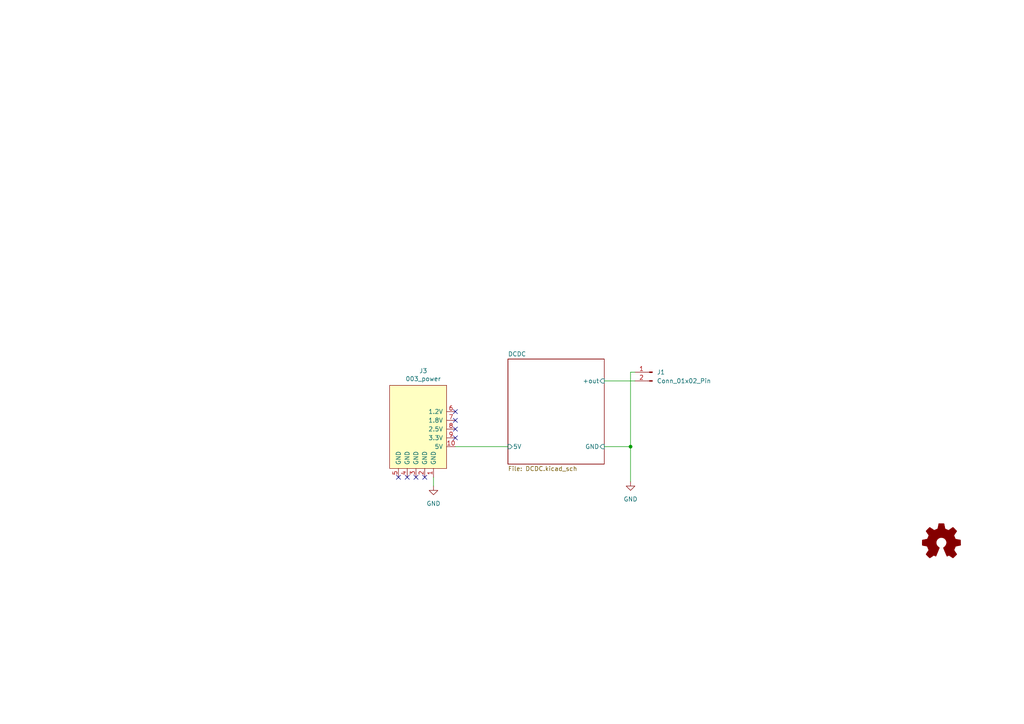
<source format=kicad_sch>
(kicad_sch (version 20230121) (generator eeschema)

  (uuid 57732dd3-1162-4c3f-88bd-31bf473d124d)

  (paper "A4")

  (lib_symbols
    (symbol "Connector:Conn_01x02_Pin" (pin_names (offset 1.016) hide) (in_bom yes) (on_board yes)
      (property "Reference" "J" (at 0 2.54 0)
        (effects (font (size 1.27 1.27)))
      )
      (property "Value" "Conn_01x02_Pin" (at 0 -5.08 0)
        (effects (font (size 1.27 1.27)))
      )
      (property "Footprint" "" (at 0 0 0)
        (effects (font (size 1.27 1.27)) hide)
      )
      (property "Datasheet" "~" (at 0 0 0)
        (effects (font (size 1.27 1.27)) hide)
      )
      (property "ki_locked" "" (at 0 0 0)
        (effects (font (size 1.27 1.27)))
      )
      (property "ki_keywords" "connector" (at 0 0 0)
        (effects (font (size 1.27 1.27)) hide)
      )
      (property "ki_description" "Generic connector, single row, 01x02, script generated" (at 0 0 0)
        (effects (font (size 1.27 1.27)) hide)
      )
      (property "ki_fp_filters" "Connector*:*_1x??_*" (at 0 0 0)
        (effects (font (size 1.27 1.27)) hide)
      )
      (symbol "Conn_01x02_Pin_1_1"
        (polyline
          (pts
            (xy 1.27 -2.54)
            (xy 0.8636 -2.54)
          )
          (stroke (width 0.1524) (type default))
          (fill (type none))
        )
        (polyline
          (pts
            (xy 1.27 0)
            (xy 0.8636 0)
          )
          (stroke (width 0.1524) (type default))
          (fill (type none))
        )
        (rectangle (start 0.8636 -2.413) (end 0 -2.667)
          (stroke (width 0.1524) (type default))
          (fill (type outline))
        )
        (rectangle (start 0.8636 0.127) (end 0 -0.127)
          (stroke (width 0.1524) (type default))
          (fill (type outline))
        )
        (pin passive line (at 5.08 0 180) (length 3.81)
          (name "Pin_1" (effects (font (size 1.27 1.27))))
          (number "1" (effects (font (size 1.27 1.27))))
        )
        (pin passive line (at 5.08 -2.54 180) (length 3.81)
          (name "Pin_2" (effects (font (size 1.27 1.27))))
          (number "2" (effects (font (size 1.27 1.27))))
        )
      )
    )
    (symbol "Graphic:Logo_Open_Hardware_Small" (pin_names (offset 1.016)) (in_bom yes) (on_board yes)
      (property "Reference" "#LOGO" (at 0 6.985 0)
        (effects (font (size 1.27 1.27)) hide)
      )
      (property "Value" "Logo_Open_Hardware_Small" (at 0 -5.715 0)
        (effects (font (size 1.27 1.27)) hide)
      )
      (property "Footprint" "" (at 0 0 0)
        (effects (font (size 1.27 1.27)) hide)
      )
      (property "Datasheet" "~" (at 0 0 0)
        (effects (font (size 1.27 1.27)) hide)
      )
      (property "ki_keywords" "Logo" (at 0 0 0)
        (effects (font (size 1.27 1.27)) hide)
      )
      (property "ki_description" "Open Hardware logo, small" (at 0 0 0)
        (effects (font (size 1.27 1.27)) hide)
      )
      (symbol "Logo_Open_Hardware_Small_0_1"
        (polyline
          (pts
            (xy 3.3528 -4.3434)
            (xy 3.302 -4.318)
            (xy 3.175 -4.2418)
            (xy 2.9972 -4.1148)
            (xy 2.7686 -3.9624)
            (xy 2.54 -3.81)
            (xy 2.3622 -3.7084)
            (xy 2.2352 -3.6068)
            (xy 2.1844 -3.5814)
            (xy 2.159 -3.6068)
            (xy 2.0574 -3.6576)
            (xy 1.905 -3.7338)
            (xy 1.8034 -3.7846)
            (xy 1.6764 -3.8354)
            (xy 1.6002 -3.8354)
            (xy 1.6002 -3.8354)
            (xy 1.5494 -3.7338)
            (xy 1.4732 -3.5306)
            (xy 1.3462 -3.302)
            (xy 1.2446 -3.0226)
            (xy 1.1176 -2.7178)
            (xy 0.9652 -2.413)
            (xy 0.8636 -2.1082)
            (xy 0.7366 -1.8288)
            (xy 0.6604 -1.6256)
            (xy 0.6096 -1.4732)
            (xy 0.5842 -1.397)
            (xy 0.5842 -1.397)
            (xy 0.6604 -1.3208)
            (xy 0.7874 -1.2446)
            (xy 1.0414 -1.016)
            (xy 1.2954 -0.6858)
            (xy 1.4478 -0.3302)
            (xy 1.524 0.0762)
            (xy 1.4732 0.4572)
            (xy 1.3208 0.8128)
            (xy 1.0668 1.143)
            (xy 0.762 1.3716)
            (xy 0.4064 1.524)
            (xy 0 1.5748)
            (xy -0.381 1.5494)
            (xy -0.7366 1.397)
            (xy -1.0668 1.143)
            (xy -1.2192 0.9906)
            (xy -1.397 0.6604)
            (xy -1.524 0.3048)
            (xy -1.524 0.2286)
            (xy -1.4986 -0.1778)
            (xy -1.397 -0.5334)
            (xy -1.1938 -0.8636)
            (xy -0.9144 -1.143)
            (xy -0.8636 -1.1684)
            (xy -0.7366 -1.27)
            (xy -0.635 -1.3462)
            (xy -0.5842 -1.397)
            (xy -1.0668 -2.5908)
            (xy -1.143 -2.794)
            (xy -1.2954 -3.1242)
            (xy -1.397 -3.4036)
            (xy -1.4986 -3.6322)
            (xy -1.5748 -3.7846)
            (xy -1.6002 -3.8354)
            (xy -1.6002 -3.8354)
            (xy -1.651 -3.8354)
            (xy -1.7272 -3.81)
            (xy -1.905 -3.7338)
            (xy -2.0066 -3.683)
            (xy -2.1336 -3.6068)
            (xy -2.2098 -3.5814)
            (xy -2.2606 -3.6068)
            (xy -2.3622 -3.683)
            (xy -2.54 -3.81)
            (xy -2.7686 -3.9624)
            (xy -2.9718 -4.0894)
            (xy -3.1496 -4.2164)
            (xy -3.302 -4.318)
            (xy -3.3528 -4.3434)
            (xy -3.3782 -4.3434)
            (xy -3.429 -4.318)
            (xy -3.5306 -4.2164)
            (xy -3.7084 -4.064)
            (xy -3.937 -3.8354)
            (xy -3.9624 -3.81)
            (xy -4.1656 -3.6068)
            (xy -4.318 -3.4544)
            (xy -4.4196 -3.3274)
            (xy -4.445 -3.2766)
            (xy -4.445 -3.2766)
            (xy -4.4196 -3.2258)
            (xy -4.318 -3.0734)
            (xy -4.2164 -2.8956)
            (xy -4.064 -2.667)
            (xy -3.6576 -2.0828)
            (xy -3.8862 -1.5494)
            (xy -3.937 -1.3716)
            (xy -4.0386 -1.1684)
            (xy -4.0894 -1.0414)
            (xy -4.1148 -0.9652)
            (xy -4.191 -0.9398)
            (xy -4.318 -0.9144)
            (xy -4.5466 -0.8636)
            (xy -4.8006 -0.8128)
            (xy -5.0546 -0.7874)
            (xy -5.2578 -0.7366)
            (xy -5.4356 -0.7112)
            (xy -5.5118 -0.6858)
            (xy -5.5118 -0.6858)
            (xy -5.5372 -0.635)
            (xy -5.5372 -0.5588)
            (xy -5.5372 -0.4318)
            (xy -5.5626 -0.2286)
            (xy -5.5626 0.0762)
            (xy -5.5626 0.127)
            (xy -5.5372 0.4064)
            (xy -5.5372 0.635)
            (xy -5.5372 0.762)
            (xy -5.5372 0.8382)
            (xy -5.5372 0.8382)
            (xy -5.461 0.8382)
            (xy -5.3086 0.889)
            (xy -5.08 0.9144)
            (xy -4.826 0.9652)
            (xy -4.8006 0.9906)
            (xy -4.5466 1.0414)
            (xy -4.318 1.0668)
            (xy -4.1656 1.1176)
            (xy -4.0894 1.143)
            (xy -4.0894 1.143)
            (xy -4.0386 1.2446)
            (xy -3.9624 1.4224)
            (xy -3.8608 1.6256)
            (xy -3.7846 1.8288)
            (xy -3.7084 2.0066)
            (xy -3.6576 2.159)
            (xy -3.6322 2.2098)
            (xy -3.6322 2.2098)
            (xy -3.683 2.286)
            (xy -3.7592 2.413)
            (xy -3.8862 2.5908)
            (xy -4.064 2.8194)
            (xy -4.064 2.8448)
            (xy -4.2164 3.0734)
            (xy -4.3434 3.2512)
            (xy -4.4196 3.3782)
            (xy -4.445 3.4544)
            (xy -4.445 3.4544)
            (xy -4.3942 3.5052)
            (xy -4.2926 3.6322)
            (xy -4.1148 3.81)
            (xy -3.937 4.0132)
            (xy -3.8608 4.064)
            (xy -3.6576 4.2926)
            (xy -3.5052 4.4196)
            (xy -3.4036 4.4958)
            (xy -3.3528 4.5212)
            (xy -3.3528 4.5212)
            (xy -3.302 4.4704)
            (xy -3.1496 4.3688)
            (xy -2.9718 4.2418)
            (xy -2.7432 4.0894)
            (xy -2.7178 4.0894)
            (xy -2.4892 3.937)
            (xy -2.3114 3.81)
            (xy -2.1844 3.7084)
            (xy -2.1336 3.683)
            (xy -2.1082 3.683)
            (xy -2.032 3.7084)
            (xy -1.8542 3.7592)
            (xy -1.6764 3.8354)
            (xy -1.4732 3.937)
            (xy -1.27 4.0132)
            (xy -1.143 4.064)
            (xy -1.0668 4.1148)
            (xy -1.0668 4.1148)
            (xy -1.0414 4.191)
            (xy -1.016 4.3434)
            (xy -0.9652 4.572)
            (xy -0.9144 4.8514)
            (xy -0.889 4.9022)
            (xy -0.8382 5.1562)
            (xy -0.8128 5.3848)
            (xy -0.7874 5.5372)
            (xy -0.762 5.588)
            (xy -0.7112 5.6134)
            (xy -0.5842 5.6134)
            (xy -0.4064 5.6134)
            (xy -0.1524 5.6134)
            (xy 0.0762 5.6134)
            (xy 0.3302 5.6134)
            (xy 0.5334 5.6134)
            (xy 0.6858 5.588)
            (xy 0.7366 5.588)
            (xy 0.7366 5.588)
            (xy 0.762 5.5118)
            (xy 0.8128 5.334)
            (xy 0.8382 5.1054)
            (xy 0.9144 4.826)
            (xy 0.9144 4.7752)
            (xy 0.9652 4.5212)
            (xy 1.016 4.2926)
            (xy 1.0414 4.1402)
            (xy 1.0668 4.0894)
            (xy 1.0668 4.0894)
            (xy 1.1938 4.0386)
            (xy 1.3716 3.9624)
            (xy 1.5748 3.8608)
            (xy 2.0828 3.6576)
            (xy 2.7178 4.0894)
            (xy 2.7686 4.1402)
            (xy 2.9972 4.2926)
            (xy 3.175 4.4196)
            (xy 3.302 4.4958)
            (xy 3.3782 4.5212)
            (xy 3.3782 4.5212)
            (xy 3.429 4.4704)
            (xy 3.556 4.3434)
            (xy 3.7338 4.191)
            (xy 3.9116 3.9878)
            (xy 4.064 3.8354)
            (xy 4.2418 3.6576)
            (xy 4.3434 3.556)
            (xy 4.4196 3.4798)
            (xy 4.4196 3.429)
            (xy 4.4196 3.4036)
            (xy 4.3942 3.3274)
            (xy 4.2926 3.2004)
            (xy 4.1656 2.9972)
            (xy 4.0132 2.794)
            (xy 3.8862 2.5908)
            (xy 3.7592 2.3876)
            (xy 3.6576 2.2352)
            (xy 3.6322 2.159)
            (xy 3.6322 2.1336)
            (xy 3.683 2.0066)
            (xy 3.7592 1.8288)
            (xy 3.8608 1.6002)
            (xy 4.064 1.1176)
            (xy 4.3942 1.0414)
            (xy 4.5974 1.016)
            (xy 4.8768 0.9652)
            (xy 5.1308 0.9144)
            (xy 5.5372 0.8382)
            (xy 5.5626 -0.6604)
            (xy 5.4864 -0.6858)
            (xy 5.4356 -0.6858)
            (xy 5.2832 -0.7366)
            (xy 5.0546 -0.762)
            (xy 4.8006 -0.8128)
            (xy 4.5974 -0.8636)
            (xy 4.3688 -0.9144)
            (xy 4.2164 -0.9398)
            (xy 4.1402 -0.9398)
            (xy 4.1148 -0.9652)
            (xy 4.064 -1.0668)
            (xy 3.9878 -1.2446)
            (xy 3.9116 -1.4478)
            (xy 3.81 -1.651)
            (xy 3.7338 -1.8542)
            (xy 3.683 -2.0066)
            (xy 3.6576 -2.0828)
            (xy 3.683 -2.1336)
            (xy 3.7846 -2.2606)
            (xy 3.8862 -2.4638)
            (xy 4.0386 -2.667)
            (xy 4.191 -2.8956)
            (xy 4.318 -3.0734)
            (xy 4.3942 -3.2004)
            (xy 4.445 -3.2766)
            (xy 4.4196 -3.3274)
            (xy 4.3434 -3.429)
            (xy 4.1656 -3.5814)
            (xy 3.937 -3.8354)
            (xy 3.8862 -3.8608)
            (xy 3.683 -4.064)
            (xy 3.5306 -4.2164)
            (xy 3.4036 -4.318)
            (xy 3.3528 -4.3434)
          )
          (stroke (width 0) (type default))
          (fill (type outline))
        )
      )
    )
    (symbol "power:GND" (power) (pin_names (offset 0)) (in_bom yes) (on_board yes)
      (property "Reference" "#PWR" (at 0 -6.35 0)
        (effects (font (size 1.27 1.27)) hide)
      )
      (property "Value" "GND" (at 0 -3.81 0)
        (effects (font (size 1.27 1.27)))
      )
      (property "Footprint" "" (at 0 0 0)
        (effects (font (size 1.27 1.27)) hide)
      )
      (property "Datasheet" "" (at 0 0 0)
        (effects (font (size 1.27 1.27)) hide)
      )
      (property "ki_keywords" "power-flag" (at 0 0 0)
        (effects (font (size 1.27 1.27)) hide)
      )
      (property "ki_description" "Power symbol creates a global label with name \"GND\" , ground" (at 0 0 0)
        (effects (font (size 1.27 1.27)) hide)
      )
      (symbol "GND_0_1"
        (polyline
          (pts
            (xy 0 0)
            (xy 0 -1.27)
            (xy 1.27 -1.27)
            (xy 0 -2.54)
            (xy -1.27 -1.27)
            (xy 0 -1.27)
          )
          (stroke (width 0) (type default))
          (fill (type none))
        )
      )
      (symbol "GND_1_1"
        (pin power_in line (at 0 0 270) (length 0) hide
          (name "GND" (effects (font (size 1.27 1.27))))
          (number "1" (effects (font (size 1.27 1.27))))
        )
      )
    )
    (symbol "put_on_edge:003_power" (pin_names (offset 1.016)) (in_bom yes) (on_board yes)
      (property "Reference" "J" (at -2.54 13.97 0)
        (effects (font (size 1.27 1.27)))
      )
      (property "Value" "003_power" (at 8.89 13.97 0)
        (effects (font (size 1.27 1.27)))
      )
      (property "Footprint" "" (at 7.62 16.51 0)
        (effects (font (size 1.27 1.27)) hide)
      )
      (property "Datasheet" "" (at 7.62 16.51 0)
        (effects (font (size 1.27 1.27)) hide)
      )
      (symbol "003_power_0_1"
        (rectangle (start -8.89 12.7) (end 7.62 -11.43)
          (stroke (width 0) (type default))
          (fill (type background))
        )
      )
      (symbol "003_power_1_1"
        (pin power_in line (at -5.08 -13.97 90) (length 2.54)
          (name "GND" (effects (font (size 1.27 1.27))))
          (number "1" (effects (font (size 1.27 1.27))))
        )
        (pin power_out line (at -11.43 -5.08 0) (length 2.54)
          (name "5V" (effects (font (size 1.27 1.27))))
          (number "10" (effects (font (size 1.27 1.27))))
        )
        (pin power_in line (at -2.54 -13.97 90) (length 2.54)
          (name "GND" (effects (font (size 1.27 1.27))))
          (number "2" (effects (font (size 1.27 1.27))))
        )
        (pin power_in line (at 0 -13.97 90) (length 2.54)
          (name "GND" (effects (font (size 1.27 1.27))))
          (number "3" (effects (font (size 1.27 1.27))))
        )
        (pin power_in line (at 2.54 -13.97 90) (length 2.54)
          (name "GND" (effects (font (size 1.27 1.27))))
          (number "4" (effects (font (size 1.27 1.27))))
        )
        (pin power_in line (at 5.08 -13.97 90) (length 2.54)
          (name "GND" (effects (font (size 1.27 1.27))))
          (number "5" (effects (font (size 1.27 1.27))))
        )
        (pin power_out line (at -11.43 5.08 0) (length 2.54)
          (name "1.2V" (effects (font (size 1.27 1.27))))
          (number "6" (effects (font (size 1.27 1.27))))
        )
        (pin power_out line (at -11.43 2.54 0) (length 2.54)
          (name "1.8V" (effects (font (size 1.27 1.27))))
          (number "7" (effects (font (size 1.27 1.27))))
        )
        (pin power_out line (at -11.43 0 0) (length 2.54)
          (name "2.5V" (effects (font (size 1.27 1.27))))
          (number "8" (effects (font (size 1.27 1.27))))
        )
        (pin power_out line (at -11.43 -2.54 0) (length 2.54)
          (name "3.3V" (effects (font (size 1.27 1.27))))
          (number "9" (effects (font (size 1.27 1.27))))
        )
      )
    )
  )

  (junction (at 182.88 129.54) (diameter 0) (color 0 0 0 0)
    (uuid 7027f463-4374-4463-b804-cb9cd13cdba6)
  )

  (no_connect (at 120.65 138.43) (uuid 02869479-04e9-4e5b-b4c8-13d862c75c25))
  (no_connect (at 132.08 119.38) (uuid 1f47e058-15ca-4930-b525-44500c999afb))
  (no_connect (at 123.19 138.43) (uuid 23534aa4-9c1b-410e-af70-4839283d0593))
  (no_connect (at 132.08 127) (uuid bb3a3483-0b78-4294-99d2-5db42c377d12))
  (no_connect (at 132.08 121.92) (uuid c52841fe-dda4-47a8-9a3e-2bdd14527815))
  (no_connect (at 118.11 138.43) (uuid d7895325-f8ed-4404-9bef-6db5cef06255))
  (no_connect (at 115.57 138.43) (uuid d7f51d7a-a6b4-47df-9e56-13b3227fc636))
  (no_connect (at 132.08 124.46) (uuid e8638ce0-688e-4c65-b37b-b33473053a06))

  (wire (pts (xy 132.08 129.54) (xy 147.32 129.54))
    (stroke (width 0) (type default))
    (uuid 2a090b16-0807-4dea-b2e5-c8ecb5932655)
  )
  (wire (pts (xy 175.26 110.49) (xy 184.15 110.49))
    (stroke (width 0) (type default))
    (uuid 32f04178-413b-432d-a545-1f78e836a54e)
  )
  (wire (pts (xy 182.88 129.54) (xy 182.88 139.7))
    (stroke (width 0) (type default))
    (uuid 5a1fc14d-1d6f-444c-82b2-77ce3f0eeb3f)
  )
  (wire (pts (xy 182.88 107.95) (xy 184.15 107.95))
    (stroke (width 0) (type default))
    (uuid 68c1046b-ed8b-4ab9-bf9c-96fad27e9311)
  )
  (wire (pts (xy 175.26 129.54) (xy 182.88 129.54))
    (stroke (width 0) (type default))
    (uuid b5f50e6e-6728-4454-96f5-44e0bc388ce5)
  )
  (wire (pts (xy 182.88 107.95) (xy 182.88 129.54))
    (stroke (width 0) (type default))
    (uuid b69a13bb-f1a9-4009-b809-653ac26fc299)
  )
  (wire (pts (xy 125.73 138.43) (xy 125.73 140.97))
    (stroke (width 0) (type default))
    (uuid cab4b5fc-8b38-4032-a170-970c43fab79d)
  )

  (symbol (lib_id "put_on_edge:003_power") (at 120.65 124.46 0) (mirror y) (unit 1)
    (in_bom yes) (on_board yes) (dnp no)
    (uuid 9435f196-3fd1-47c8-ba03-e2e82f05b110)
    (property "Reference" "J3" (at 122.7582 107.569 0)
      (effects (font (size 1.27 1.27)))
    )
    (property "Value" "003_power" (at 122.7582 109.8804 0)
      (effects (font (size 1.27 1.27)))
    )
    (property "Footprint" "on_edge:on_edge_2x05_device" (at 113.03 107.95 0)
      (effects (font (size 1.27 1.27)) hide)
    )
    (property "Datasheet" "" (at 113.03 107.95 0)
      (effects (font (size 1.27 1.27)) hide)
    )
    (pin "1" (uuid dd10cf2a-9827-4276-a907-b3bfb4b1c0a4))
    (pin "10" (uuid 04dbc3aa-d33a-4520-9900-fab7ccdae636))
    (pin "2" (uuid 67bef485-4c06-4f3e-957e-8361b0b10366))
    (pin "3" (uuid 52898077-652b-4369-ac53-94e2aaa10b7c))
    (pin "4" (uuid 062f3c6d-c9ef-4b6d-99c3-c0d9a98010f7))
    (pin "5" (uuid 118057f7-c745-4e29-ae14-2d777d302ce7))
    (pin "6" (uuid cb481090-1255-4b6e-83d5-de3989efe921))
    (pin "7" (uuid d2d8dfe6-4cc9-4739-80c0-ad86e178744f))
    (pin "8" (uuid f181103c-0312-47b7-94c5-c518b942dd93))
    (pin "9" (uuid cc162e6e-a44c-487f-917d-ccdd7793be4d))
    (instances
      (project "board"
        (path "/57732dd3-1162-4c3f-88bd-31bf473d124d"
          (reference "J3") (unit 1)
        )
      )
    )
  )

  (symbol (lib_id "power:GND") (at 182.88 139.7 0) (unit 1)
    (in_bom yes) (on_board yes) (dnp no) (fields_autoplaced)
    (uuid 971afa99-5d33-4a72-a8e1-edd3c45138ed)
    (property "Reference" "#PWR0101" (at 182.88 146.05 0)
      (effects (font (size 1.27 1.27)) hide)
    )
    (property "Value" "GND" (at 182.88 144.78 0)
      (effects (font (size 1.27 1.27)))
    )
    (property "Footprint" "" (at 182.88 139.7 0)
      (effects (font (size 1.27 1.27)) hide)
    )
    (property "Datasheet" "" (at 182.88 139.7 0)
      (effects (font (size 1.27 1.27)) hide)
    )
    (pin "1" (uuid 0e12e353-ffd6-4e27-8957-653e209f57b0))
    (instances
      (project "board"
        (path "/57732dd3-1162-4c3f-88bd-31bf473d124d"
          (reference "#PWR0101") (unit 1)
        )
      )
    )
  )

  (symbol (lib_id "Graphic:Logo_Open_Hardware_Small") (at 273.05 157.48 0) (unit 1)
    (in_bom yes) (on_board yes) (dnp no) (fields_autoplaced)
    (uuid b72b6f4a-7489-40f2-bb90-d75ae01aa368)
    (property "Reference" "LOGO1" (at 273.05 150.495 0)
      (effects (font (size 1.27 1.27)) hide)
    )
    (property "Value" "Logo_Open_Hardware_Small" (at 273.05 163.195 0)
      (effects (font (size 1.27 1.27)) hide)
    )
    (property "Footprint" "Symbol:OSHW-Symbol_6.7x6mm_SilkScreen" (at 273.05 157.48 0)
      (effects (font (size 1.27 1.27)) hide)
    )
    (property "Datasheet" "~" (at 273.05 157.48 0)
      (effects (font (size 1.27 1.27)) hide)
    )
    (instances
      (project "board"
        (path "/57732dd3-1162-4c3f-88bd-31bf473d124d"
          (reference "LOGO1") (unit 1)
        )
      )
    )
  )

  (symbol (lib_id "Connector:Conn_01x02_Pin") (at 189.23 107.95 0) (mirror y) (unit 1)
    (in_bom yes) (on_board yes) (dnp no) (fields_autoplaced)
    (uuid c402f365-dc85-4904-bb10-a50ee4e4113a)
    (property "Reference" "J1" (at 190.5 107.95 0)
      (effects (font (size 1.27 1.27)) (justify right))
    )
    (property "Value" "Conn_01x02_Pin" (at 190.5 110.49 0)
      (effects (font (size 1.27 1.27)) (justify right))
    )
    (property "Footprint" "Connector_PinHeader_2.54mm:PinHeader_1x02_P2.54mm_Vertical" (at 189.23 107.95 0)
      (effects (font (size 1.27 1.27)) hide)
    )
    (property "Datasheet" "~" (at 189.23 107.95 0)
      (effects (font (size 1.27 1.27)) hide)
    )
    (pin "1" (uuid 10fb8f03-8edf-4bd6-a7da-974cd50b95ac))
    (pin "2" (uuid 4262bdb3-0457-4a4e-b8ee-05cf33f41a49))
    (instances
      (project "board"
        (path "/57732dd3-1162-4c3f-88bd-31bf473d124d"
          (reference "J1") (unit 1)
        )
      )
    )
  )

  (symbol (lib_id "power:GND") (at 125.73 140.97 0) (unit 1)
    (in_bom yes) (on_board yes) (dnp no) (fields_autoplaced)
    (uuid ed99a642-8de2-43bd-9288-71ff75645a55)
    (property "Reference" "#PWR01" (at 125.73 147.32 0)
      (effects (font (size 1.27 1.27)) hide)
    )
    (property "Value" "GND" (at 125.73 146.05 0)
      (effects (font (size 1.27 1.27)))
    )
    (property "Footprint" "" (at 125.73 140.97 0)
      (effects (font (size 1.27 1.27)) hide)
    )
    (property "Datasheet" "" (at 125.73 140.97 0)
      (effects (font (size 1.27 1.27)) hide)
    )
    (pin "1" (uuid 276aca64-e92f-44e3-b2c7-4a53ac2d1676))
    (instances
      (project "board"
        (path "/57732dd3-1162-4c3f-88bd-31bf473d124d"
          (reference "#PWR01") (unit 1)
        )
      )
    )
  )

  (sheet (at 147.32 104.14) (size 27.94 30.48) (fields_autoplaced)
    (stroke (width 0.1524) (type solid))
    (fill (color 0 0 0 0.0000))
    (uuid 767ce4c6-0e55-4543-92f0-34cb8237a544)
    (property "Sheetname" "DCDC" (at 147.32 103.4284 0)
      (effects (font (size 1.27 1.27)) (justify left bottom))
    )
    (property "Sheetfile" "DCDC.kicad_sch" (at 147.32 135.2046 0)
      (effects (font (size 1.27 1.27)) (justify left top))
    )
    (pin "GND" input (at 175.26 129.54 0)
      (effects (font (size 1.27 1.27)) (justify right))
      (uuid 466cf29f-04d2-4303-aa26-8ec28548d2f2)
    )
    (pin "5V" input (at 147.32 129.54 180)
      (effects (font (size 1.27 1.27)) (justify left))
      (uuid 40c7f357-1507-42e5-9f28-70b851b49186)
    )
    (pin "+out" input (at 175.26 110.49 0)
      (effects (font (size 1.27 1.27)) (justify right))
      (uuid 20d3f353-1270-4fef-93ae-f9b9f9057e22)
    )
    (instances
      (project "board"
        (path "/57732dd3-1162-4c3f-88bd-31bf473d124d" (page "2"))
      )
    )
  )

  (sheet_instances
    (path "/" (page "1"))
  )
)

</source>
